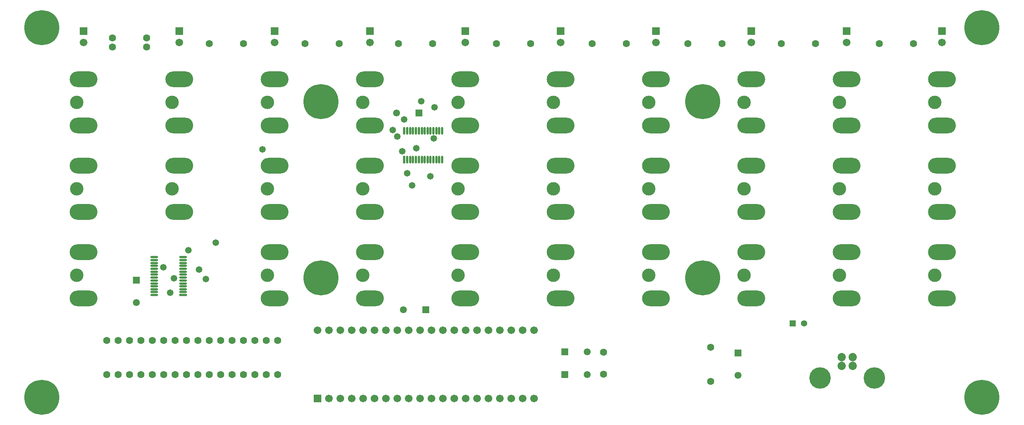
<source format=gts>
%FSLAX23Y23*%
%MOIN*%
G70*
G01*
G75*
%ADD10O,0.012X0.059*%
%ADD11R,0.012X0.059*%
%ADD12O,0.059X0.012*%
%ADD13R,0.059X0.012*%
%ADD14C,0.010*%
%ADD15C,0.110*%
%ADD16O,0.236X0.130*%
%ADD17C,0.300*%
%ADD18R,0.059X0.059*%
%ADD19C,0.059*%
%ADD20C,0.055*%
%ADD21R,0.053X0.053*%
%ADD22C,0.053*%
%ADD23C,0.047*%
%ADD24R,0.047X0.047*%
%ADD25R,0.059X0.059*%
%ADD26C,0.059*%
%ADD27C,0.065*%
%ADD28C,0.180*%
%ADD29C,0.050*%
%ADD30C,0.008*%
%ADD31C,0.006*%
%ADD32O,0.020X0.067*%
%ADD33R,0.020X0.067*%
%ADD34O,0.067X0.020*%
%ADD35R,0.067X0.020*%
%ADD36C,0.118*%
%ADD37O,0.244X0.138*%
%ADD38C,0.308*%
%ADD39R,0.067X0.067*%
%ADD40C,0.067*%
%ADD41C,0.063*%
%ADD42R,0.061X0.061*%
%ADD43C,0.061*%
%ADD44C,0.055*%
%ADD45R,0.055X0.055*%
%ADD46R,0.067X0.067*%
%ADD47C,0.067*%
%ADD48C,0.073*%
%ADD49C,0.188*%
%ADD50C,0.058*%
D32*
X3763Y2593D02*
D03*
X3737D02*
D03*
X3711D02*
D03*
X3686D02*
D03*
X3660D02*
D03*
X3635D02*
D03*
X3609D02*
D03*
X3584D02*
D03*
X3558D02*
D03*
X3532D02*
D03*
X3507D02*
D03*
X3481D02*
D03*
X3456D02*
D03*
X3430D02*
D03*
X3763Y2340D02*
D03*
X3737D02*
D03*
X3711D02*
D03*
X3686D02*
D03*
X3660D02*
D03*
X3635D02*
D03*
X3609D02*
D03*
X3584D02*
D03*
X3558D02*
D03*
X3532D02*
D03*
X3507D02*
D03*
X3481D02*
D03*
X3456D02*
D03*
D33*
X3430D02*
D03*
D34*
X1237Y1483D02*
D03*
Y1457D02*
D03*
Y1431D02*
D03*
Y1406D02*
D03*
Y1380D02*
D03*
Y1355D02*
D03*
Y1329D02*
D03*
Y1304D02*
D03*
Y1278D02*
D03*
Y1252D02*
D03*
Y1227D02*
D03*
Y1201D02*
D03*
Y1176D02*
D03*
Y1150D02*
D03*
X1490Y1483D02*
D03*
Y1457D02*
D03*
Y1431D02*
D03*
Y1406D02*
D03*
Y1380D02*
D03*
Y1355D02*
D03*
Y1329D02*
D03*
Y1304D02*
D03*
Y1278D02*
D03*
Y1252D02*
D03*
Y1227D02*
D03*
Y1201D02*
D03*
Y1176D02*
D03*
D35*
Y1150D02*
D03*
D36*
X1391Y2083D02*
D03*
Y2843D02*
D03*
X554Y1323D02*
D03*
Y2083D02*
D03*
X8087D02*
D03*
X7250D02*
D03*
X6413D02*
D03*
X5576D02*
D03*
X4739D02*
D03*
X3902D02*
D03*
X3065D02*
D03*
X2228D02*
D03*
X554Y2843D02*
D03*
X8087Y1323D02*
D03*
X7250D02*
D03*
X6413D02*
D03*
X5576D02*
D03*
X4739D02*
D03*
X3902D02*
D03*
X3065D02*
D03*
X2228D02*
D03*
X8087Y2843D02*
D03*
X7250D02*
D03*
X6413D02*
D03*
X5576D02*
D03*
X4739D02*
D03*
X3902D02*
D03*
X3065D02*
D03*
X2228D02*
D03*
D37*
X1454Y1880D02*
D03*
Y2286D02*
D03*
Y3046D02*
D03*
Y2640D02*
D03*
X617Y1120D02*
D03*
Y1526D02*
D03*
Y2286D02*
D03*
Y1880D02*
D03*
X8150D02*
D03*
Y2286D02*
D03*
X7313D02*
D03*
Y1880D02*
D03*
X6476D02*
D03*
Y2286D02*
D03*
X5639D02*
D03*
Y1880D02*
D03*
X4802D02*
D03*
Y2286D02*
D03*
X3965D02*
D03*
Y1880D02*
D03*
X3128D02*
D03*
Y2286D02*
D03*
X2291D02*
D03*
Y1880D02*
D03*
X617Y2640D02*
D03*
Y3046D02*
D03*
X8150Y1526D02*
D03*
Y1120D02*
D03*
X7313D02*
D03*
Y1526D02*
D03*
X6476D02*
D03*
Y1120D02*
D03*
X5639D02*
D03*
Y1526D02*
D03*
X4802D02*
D03*
Y1120D02*
D03*
X3965D02*
D03*
Y1526D02*
D03*
X3128D02*
D03*
Y1120D02*
D03*
X2291D02*
D03*
Y1526D02*
D03*
X8150Y3046D02*
D03*
Y2640D02*
D03*
X7313D02*
D03*
Y3046D02*
D03*
X6476D02*
D03*
Y2640D02*
D03*
X5639D02*
D03*
Y3046D02*
D03*
X4802D02*
D03*
Y2640D02*
D03*
X3965D02*
D03*
Y3046D02*
D03*
X3128D02*
D03*
Y2640D02*
D03*
X2291D02*
D03*
Y3046D02*
D03*
D38*
X250Y250D02*
D03*
X2700Y1300D02*
D03*
Y2850D02*
D03*
X250Y3500D02*
D03*
X8500Y250D02*
D03*
X6050Y1300D02*
D03*
Y2850D02*
D03*
X8500Y3500D02*
D03*
D39*
X617Y3470D02*
D03*
X1454D02*
D03*
X2291D02*
D03*
X3128D02*
D03*
X3965D02*
D03*
X4802D02*
D03*
X5639D02*
D03*
X6476D02*
D03*
X7313D02*
D03*
X8150D02*
D03*
D40*
X617Y3370D02*
D03*
X1454D02*
D03*
X2291D02*
D03*
X3128D02*
D03*
X3965D02*
D03*
X4802D02*
D03*
X5639D02*
D03*
X6476D02*
D03*
X7313D02*
D03*
X8150D02*
D03*
D41*
X870Y3410D02*
D03*
X1170D02*
D03*
X870Y3330D02*
D03*
X1170D02*
D03*
X1720Y3360D02*
D03*
X2020D02*
D03*
X2560D02*
D03*
X2860D02*
D03*
X3380D02*
D03*
X3680D02*
D03*
X4240D02*
D03*
X4540D02*
D03*
X5080D02*
D03*
X5380D02*
D03*
X5920D02*
D03*
X6220D02*
D03*
X6740D02*
D03*
X7040D02*
D03*
X7600D02*
D03*
X7900D02*
D03*
X5180Y646D02*
D03*
Y454D02*
D03*
X6120Y690D02*
D03*
Y390D02*
D03*
X1620Y750D02*
D03*
Y450D02*
D03*
X1720Y750D02*
D03*
Y450D02*
D03*
X1820Y750D02*
D03*
Y450D02*
D03*
X1920Y750D02*
D03*
Y450D02*
D03*
X2020Y750D02*
D03*
Y450D02*
D03*
X2120Y750D02*
D03*
Y450D02*
D03*
X2220Y750D02*
D03*
Y450D02*
D03*
X2320Y750D02*
D03*
Y450D02*
D03*
X1520D02*
D03*
Y750D02*
D03*
X1420Y450D02*
D03*
Y750D02*
D03*
X1320Y450D02*
D03*
Y750D02*
D03*
X1220Y450D02*
D03*
Y750D02*
D03*
X1120Y450D02*
D03*
Y750D02*
D03*
X1020Y450D02*
D03*
Y750D02*
D03*
X920Y450D02*
D03*
Y750D02*
D03*
X820Y450D02*
D03*
Y750D02*
D03*
D42*
X4840Y650D02*
D03*
Y450D02*
D03*
X6360Y640D02*
D03*
X3560Y2750D02*
D03*
X1080Y1280D02*
D03*
X3620Y1020D02*
D03*
D43*
X5037Y650D02*
D03*
Y450D02*
D03*
X6360Y443D02*
D03*
X3363Y2750D02*
D03*
X1080Y1083D02*
D03*
X3423Y1020D02*
D03*
D44*
X6940Y900D02*
D03*
D45*
X6840D02*
D03*
D46*
X2670Y240D02*
D03*
D47*
X2770D02*
D03*
X2870D02*
D03*
X2970D02*
D03*
X3070D02*
D03*
X3170D02*
D03*
X3270D02*
D03*
X3370D02*
D03*
X3470D02*
D03*
X3570D02*
D03*
X3670D02*
D03*
X3770D02*
D03*
X3870D02*
D03*
X3970D02*
D03*
X4070D02*
D03*
X4170D02*
D03*
X4270D02*
D03*
X4370D02*
D03*
X4470D02*
D03*
X4570D02*
D03*
X2670Y840D02*
D03*
X2770D02*
D03*
X2870D02*
D03*
X2970D02*
D03*
X3070D02*
D03*
X3170D02*
D03*
X3270D02*
D03*
X3370D02*
D03*
X3470D02*
D03*
X3570D02*
D03*
X3670D02*
D03*
X3770D02*
D03*
X3870D02*
D03*
X3970D02*
D03*
X4070D02*
D03*
X4170D02*
D03*
X4270D02*
D03*
X4370D02*
D03*
X4470D02*
D03*
X4570D02*
D03*
D48*
X7366Y527D02*
D03*
X7366Y605D02*
D03*
X7268D02*
D03*
Y527D02*
D03*
D49*
X7554Y420D02*
D03*
X7080D02*
D03*
D50*
X1377Y1170D02*
D03*
X3430Y2694D02*
D03*
X3658Y2195D02*
D03*
X3580Y2854D02*
D03*
X3688Y2528D02*
D03*
X2187Y2430D02*
D03*
X1535Y1545D02*
D03*
X1777Y1612D02*
D03*
X3536Y2440D02*
D03*
X3500Y2115D02*
D03*
X3330Y2599D02*
D03*
X1690Y1292D02*
D03*
X3413Y2414D02*
D03*
X3697Y2800D02*
D03*
X3370Y2545D02*
D03*
X3456Y2220D02*
D03*
X1410Y1298D02*
D03*
X1630Y1375D02*
D03*
X1317Y1395D02*
D03*
M02*

</source>
